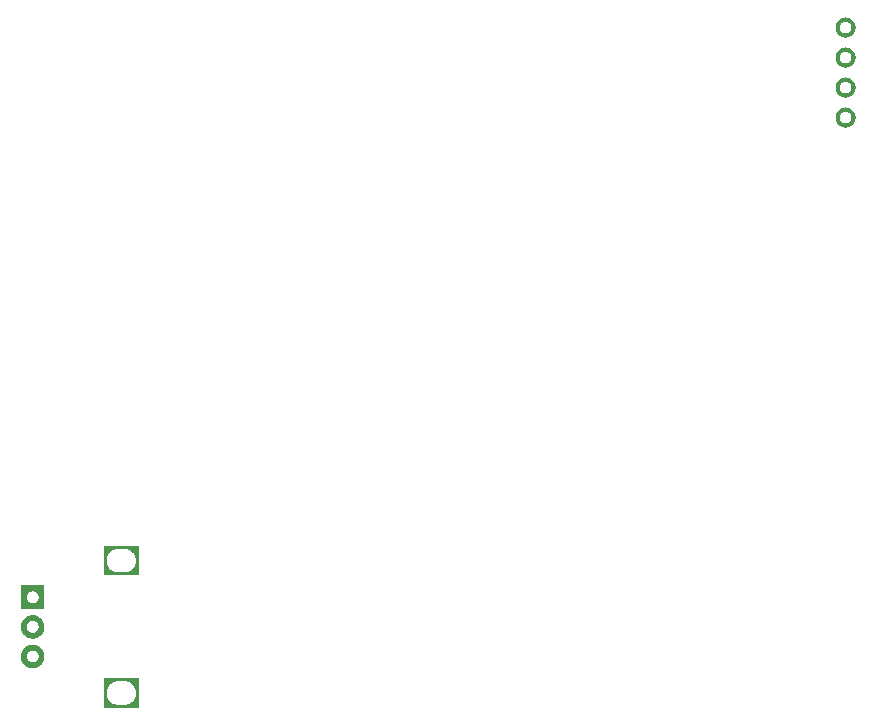
<source format=gbr>
%TF.GenerationSoftware,Flux,Pcbnew,7.0.11-7.0.11~ubuntu20.04.1*%
%TF.CreationDate,2024-08-19T13:17:11+00:00*%
%TF.ProjectId,input,696e7075-742e-46b6-9963-61645f706362,rev?*%
%TF.SameCoordinates,Original*%
%TF.FileFunction,Soldermask,Bot*%
%TF.FilePolarity,Negative*%
%FSLAX46Y46*%
G04 Gerber Fmt 4.6, Leading zero omitted, Abs format (unit mm)*
G04 Filename: promicromacro*
G04 Build it with Flux! Visit our site at: https://www.flux.ai (PCBNEW 7.0.11-7.0.11~ubuntu20.04.1) date 2024-08-19 13:17:11*
%MOMM*%
%LPD*%
G01*
G04 APERTURE LIST*
G04 APERTURE END LIST*
%TO.C,*%
G36*
X-21112200Y-25475900D02*
G01*
X-21112200Y-27475900D01*
X-23112200Y-27475900D01*
X-23112200Y-26488171D01*
X-22612049Y-26488171D01*
X-22610845Y-26512682D01*
X-22608440Y-26537105D01*
X-22604839Y-26561381D01*
X-22600051Y-26585451D01*
X-22594088Y-26609256D01*
X-22586964Y-26632741D01*
X-22578696Y-26655848D01*
X-22569305Y-26678521D01*
X-22558812Y-26700706D01*
X-22547243Y-26722349D01*
X-22534627Y-26743399D01*
X-22520992Y-26763804D01*
X-22506373Y-26783516D01*
X-22490804Y-26802486D01*
X-22474324Y-26820670D01*
X-22456970Y-26838024D01*
X-22438786Y-26854504D01*
X-22419816Y-26870073D01*
X-22400104Y-26884692D01*
X-22379699Y-26898327D01*
X-22358649Y-26910943D01*
X-22337006Y-26922512D01*
X-22314821Y-26933005D01*
X-22292148Y-26942396D01*
X-22269041Y-26950664D01*
X-22245556Y-26957788D01*
X-22221751Y-26963751D01*
X-22197681Y-26968539D01*
X-22173405Y-26972140D01*
X-22148982Y-26974545D01*
X-22124471Y-26975749D01*
X-22099929Y-26975749D01*
X-22075418Y-26974545D01*
X-22050995Y-26972140D01*
X-22026719Y-26968539D01*
X-22002649Y-26963751D01*
X-21978844Y-26957788D01*
X-21955359Y-26950664D01*
X-21932252Y-26942396D01*
X-21909579Y-26933005D01*
X-21887394Y-26922512D01*
X-21865751Y-26910943D01*
X-21844701Y-26898327D01*
X-21824296Y-26884692D01*
X-21804584Y-26870073D01*
X-21785614Y-26854504D01*
X-21767430Y-26838024D01*
X-21750076Y-26820670D01*
X-21733596Y-26802486D01*
X-21718027Y-26783516D01*
X-21703408Y-26763804D01*
X-21689773Y-26743399D01*
X-21677157Y-26722349D01*
X-21665588Y-26700706D01*
X-21655095Y-26678521D01*
X-21645704Y-26655848D01*
X-21637436Y-26632741D01*
X-21630312Y-26609256D01*
X-21624349Y-26585451D01*
X-21619561Y-26561381D01*
X-21615960Y-26537105D01*
X-21613555Y-26512682D01*
X-21612351Y-26488171D01*
X-21612351Y-26463629D01*
X-21613555Y-26439118D01*
X-21615960Y-26414695D01*
X-21619561Y-26390419D01*
X-21624349Y-26366349D01*
X-21630312Y-26342544D01*
X-21637436Y-26319059D01*
X-21645704Y-26295952D01*
X-21655095Y-26273279D01*
X-21665588Y-26251094D01*
X-21677157Y-26229451D01*
X-21689773Y-26208401D01*
X-21703408Y-26187996D01*
X-21718027Y-26168284D01*
X-21733596Y-26149314D01*
X-21750076Y-26131130D01*
X-21767430Y-26113776D01*
X-21785614Y-26097296D01*
X-21804584Y-26081727D01*
X-21824296Y-26067108D01*
X-21844701Y-26053473D01*
X-21865751Y-26040857D01*
X-21887394Y-26029288D01*
X-21909579Y-26018795D01*
X-21932252Y-26009404D01*
X-21955359Y-26001136D01*
X-21978844Y-25994012D01*
X-22002649Y-25988049D01*
X-22026719Y-25983261D01*
X-22050995Y-25979660D01*
X-22075418Y-25977255D01*
X-22099929Y-25976051D01*
X-22124471Y-25976051D01*
X-22148982Y-25977255D01*
X-22173405Y-25979660D01*
X-22197681Y-25983261D01*
X-22221751Y-25988049D01*
X-22245556Y-25994012D01*
X-22269041Y-26001136D01*
X-22292148Y-26009404D01*
X-22314821Y-26018795D01*
X-22337006Y-26029288D01*
X-22358649Y-26040857D01*
X-22379699Y-26053473D01*
X-22400104Y-26067108D01*
X-22419816Y-26081727D01*
X-22438786Y-26097296D01*
X-22456970Y-26113776D01*
X-22474324Y-26131130D01*
X-22490804Y-26149314D01*
X-22506373Y-26168284D01*
X-22520992Y-26187996D01*
X-22534627Y-26208401D01*
X-22547243Y-26229451D01*
X-22558812Y-26251094D01*
X-22569305Y-26273279D01*
X-22578696Y-26295952D01*
X-22586964Y-26319059D01*
X-22594088Y-26342544D01*
X-22600051Y-26366349D01*
X-22604839Y-26390419D01*
X-22608440Y-26414695D01*
X-22610845Y-26439118D01*
X-22612049Y-26463629D01*
X-22612049Y-26488171D01*
X-23112200Y-26488171D01*
X-23112200Y-25475900D01*
X-21112200Y-25475900D01*
G37*
G36*
X-22038635Y-30478610D02*
G01*
X-21989789Y-30483420D01*
X-21941238Y-30490622D01*
X-21893099Y-30500198D01*
X-21845487Y-30512124D01*
X-21798518Y-30526372D01*
X-21752305Y-30542907D01*
X-21706959Y-30561690D01*
X-21662589Y-30582676D01*
X-21619302Y-30605813D01*
X-21577202Y-30631046D01*
X-21536392Y-30658315D01*
X-21496968Y-30687554D01*
X-21459027Y-30718691D01*
X-21422659Y-30751653D01*
X-21387953Y-30786359D01*
X-21354991Y-30822727D01*
X-21323854Y-30860668D01*
X-21294615Y-30900092D01*
X-21267346Y-30940902D01*
X-21242113Y-30983002D01*
X-21218976Y-31026289D01*
X-21197990Y-31070659D01*
X-21179207Y-31116005D01*
X-21162672Y-31162218D01*
X-21148424Y-31209187D01*
X-21136498Y-31256799D01*
X-21126922Y-31304938D01*
X-21119720Y-31353489D01*
X-21114910Y-31402335D01*
X-21112501Y-31451359D01*
X-21112501Y-31500441D01*
X-21114910Y-31549465D01*
X-21119720Y-31598311D01*
X-21126922Y-31646862D01*
X-21136498Y-31695001D01*
X-21148424Y-31742613D01*
X-21162672Y-31789582D01*
X-21179207Y-31835795D01*
X-21197990Y-31881141D01*
X-21218976Y-31925511D01*
X-21242113Y-31968798D01*
X-21267346Y-32010898D01*
X-21294615Y-32051708D01*
X-21323854Y-32091132D01*
X-21354991Y-32129073D01*
X-21387953Y-32165441D01*
X-21422659Y-32200147D01*
X-21459027Y-32233109D01*
X-21496968Y-32264246D01*
X-21536392Y-32293485D01*
X-21577202Y-32320754D01*
X-21619302Y-32345987D01*
X-21662589Y-32369124D01*
X-21706959Y-32390110D01*
X-21752305Y-32408893D01*
X-21798518Y-32425428D01*
X-21845487Y-32439676D01*
X-21893099Y-32451602D01*
X-21941238Y-32461178D01*
X-21989789Y-32468380D01*
X-22038635Y-32473190D01*
X-22087659Y-32475599D01*
X-22136741Y-32475599D01*
X-22185765Y-32473190D01*
X-22234611Y-32468380D01*
X-22283162Y-32461178D01*
X-22331301Y-32451602D01*
X-22378913Y-32439676D01*
X-22425882Y-32425428D01*
X-22472095Y-32408893D01*
X-22517441Y-32390110D01*
X-22561811Y-32369124D01*
X-22605098Y-32345987D01*
X-22647198Y-32320754D01*
X-22688008Y-32293485D01*
X-22727432Y-32264246D01*
X-22765373Y-32233109D01*
X-22801741Y-32200147D01*
X-22836447Y-32165441D01*
X-22869409Y-32129073D01*
X-22900546Y-32091132D01*
X-22929785Y-32051708D01*
X-22957054Y-32010898D01*
X-22982287Y-31968798D01*
X-23005424Y-31925511D01*
X-23026410Y-31881141D01*
X-23045193Y-31835795D01*
X-23061728Y-31789582D01*
X-23075976Y-31742613D01*
X-23087902Y-31695001D01*
X-23097478Y-31646862D01*
X-23104680Y-31598311D01*
X-23109490Y-31549465D01*
X-23111899Y-31500441D01*
X-23111899Y-31488171D01*
X-22612049Y-31488171D01*
X-22610845Y-31512682D01*
X-22608440Y-31537105D01*
X-22604839Y-31561381D01*
X-22600051Y-31585451D01*
X-22594088Y-31609256D01*
X-22586964Y-31632741D01*
X-22578696Y-31655848D01*
X-22569305Y-31678521D01*
X-22558812Y-31700706D01*
X-22547243Y-31722349D01*
X-22534627Y-31743399D01*
X-22520992Y-31763804D01*
X-22506373Y-31783516D01*
X-22490804Y-31802486D01*
X-22474324Y-31820670D01*
X-22456970Y-31838024D01*
X-22438786Y-31854504D01*
X-22419816Y-31870073D01*
X-22400104Y-31884692D01*
X-22379699Y-31898327D01*
X-22358649Y-31910943D01*
X-22337006Y-31922512D01*
X-22314821Y-31933005D01*
X-22292148Y-31942396D01*
X-22269041Y-31950664D01*
X-22245556Y-31957788D01*
X-22221751Y-31963751D01*
X-22197681Y-31968539D01*
X-22173405Y-31972140D01*
X-22148982Y-31974545D01*
X-22124471Y-31975749D01*
X-22099929Y-31975749D01*
X-22075418Y-31974545D01*
X-22050995Y-31972140D01*
X-22026719Y-31968539D01*
X-22002649Y-31963751D01*
X-21978844Y-31957788D01*
X-21955359Y-31950664D01*
X-21932252Y-31942396D01*
X-21909579Y-31933005D01*
X-21887394Y-31922512D01*
X-21865751Y-31910943D01*
X-21844701Y-31898327D01*
X-21824296Y-31884692D01*
X-21804584Y-31870073D01*
X-21785614Y-31854504D01*
X-21767430Y-31838024D01*
X-21750076Y-31820670D01*
X-21733596Y-31802486D01*
X-21718027Y-31783516D01*
X-21703408Y-31763804D01*
X-21689773Y-31743399D01*
X-21677157Y-31722349D01*
X-21665588Y-31700706D01*
X-21655095Y-31678521D01*
X-21645704Y-31655848D01*
X-21637436Y-31632741D01*
X-21630312Y-31609256D01*
X-21624349Y-31585451D01*
X-21619561Y-31561381D01*
X-21615960Y-31537105D01*
X-21613555Y-31512682D01*
X-21612351Y-31488171D01*
X-21612351Y-31463629D01*
X-21613555Y-31439118D01*
X-21615960Y-31414695D01*
X-21619561Y-31390419D01*
X-21624349Y-31366349D01*
X-21630312Y-31342544D01*
X-21637436Y-31319059D01*
X-21645704Y-31295952D01*
X-21655095Y-31273279D01*
X-21665588Y-31251094D01*
X-21677157Y-31229451D01*
X-21689773Y-31208401D01*
X-21703408Y-31187996D01*
X-21718027Y-31168284D01*
X-21733596Y-31149314D01*
X-21750076Y-31131130D01*
X-21767430Y-31113776D01*
X-21785614Y-31097296D01*
X-21804584Y-31081727D01*
X-21824296Y-31067108D01*
X-21844701Y-31053473D01*
X-21865751Y-31040857D01*
X-21887394Y-31029288D01*
X-21909579Y-31018795D01*
X-21932252Y-31009404D01*
X-21955359Y-31001136D01*
X-21978844Y-30994012D01*
X-22002649Y-30988049D01*
X-22026719Y-30983261D01*
X-22050995Y-30979660D01*
X-22075418Y-30977255D01*
X-22099929Y-30976051D01*
X-22124471Y-30976051D01*
X-22148982Y-30977255D01*
X-22173405Y-30979660D01*
X-22197681Y-30983261D01*
X-22221751Y-30988049D01*
X-22245556Y-30994012D01*
X-22269041Y-31001136D01*
X-22292148Y-31009404D01*
X-22314821Y-31018795D01*
X-22337006Y-31029288D01*
X-22358649Y-31040857D01*
X-22379699Y-31053473D01*
X-22400104Y-31067108D01*
X-22419816Y-31081727D01*
X-22438786Y-31097296D01*
X-22456970Y-31113776D01*
X-22474324Y-31131130D01*
X-22490804Y-31149314D01*
X-22506373Y-31168284D01*
X-22520992Y-31187996D01*
X-22534627Y-31208401D01*
X-22547243Y-31229451D01*
X-22558812Y-31251094D01*
X-22569305Y-31273279D01*
X-22578696Y-31295952D01*
X-22586964Y-31319059D01*
X-22594088Y-31342544D01*
X-22600051Y-31366349D01*
X-22604839Y-31390419D01*
X-22608440Y-31414695D01*
X-22610845Y-31439118D01*
X-22612049Y-31463629D01*
X-22612049Y-31488171D01*
X-23111899Y-31488171D01*
X-23111899Y-31451359D01*
X-23109490Y-31402335D01*
X-23104680Y-31353489D01*
X-23097478Y-31304938D01*
X-23087902Y-31256799D01*
X-23075976Y-31209187D01*
X-23061728Y-31162218D01*
X-23045193Y-31116005D01*
X-23026410Y-31070659D01*
X-23005424Y-31026289D01*
X-22982287Y-30983002D01*
X-22957054Y-30940902D01*
X-22929785Y-30900092D01*
X-22900546Y-30860668D01*
X-22869409Y-30822727D01*
X-22836447Y-30786359D01*
X-22801741Y-30751653D01*
X-22765373Y-30718691D01*
X-22727432Y-30687554D01*
X-22688008Y-30658315D01*
X-22647198Y-30631046D01*
X-22605098Y-30605813D01*
X-22561811Y-30582676D01*
X-22517441Y-30561690D01*
X-22472095Y-30542907D01*
X-22425882Y-30526372D01*
X-22378913Y-30512124D01*
X-22331301Y-30500198D01*
X-22283162Y-30490622D01*
X-22234611Y-30483420D01*
X-22185765Y-30478610D01*
X-22136741Y-30476201D01*
X-22087659Y-30476201D01*
X-22038635Y-30478610D01*
G37*
G36*
X-22038635Y-27978610D02*
G01*
X-21989789Y-27983420D01*
X-21941238Y-27990622D01*
X-21893099Y-28000198D01*
X-21845487Y-28012124D01*
X-21798518Y-28026372D01*
X-21752305Y-28042907D01*
X-21706959Y-28061690D01*
X-21662589Y-28082676D01*
X-21619302Y-28105813D01*
X-21577202Y-28131046D01*
X-21536392Y-28158315D01*
X-21496968Y-28187554D01*
X-21459027Y-28218691D01*
X-21422659Y-28251653D01*
X-21387953Y-28286359D01*
X-21354991Y-28322727D01*
X-21323854Y-28360668D01*
X-21294615Y-28400092D01*
X-21267346Y-28440902D01*
X-21242113Y-28483002D01*
X-21218976Y-28526289D01*
X-21197990Y-28570659D01*
X-21179207Y-28616005D01*
X-21162672Y-28662218D01*
X-21148424Y-28709187D01*
X-21136498Y-28756799D01*
X-21126922Y-28804938D01*
X-21119720Y-28853489D01*
X-21114910Y-28902335D01*
X-21112501Y-28951359D01*
X-21112501Y-29000441D01*
X-21114910Y-29049465D01*
X-21119720Y-29098311D01*
X-21126922Y-29146862D01*
X-21136498Y-29195001D01*
X-21148424Y-29242613D01*
X-21162672Y-29289582D01*
X-21179207Y-29335795D01*
X-21197990Y-29381141D01*
X-21218976Y-29425511D01*
X-21242113Y-29468798D01*
X-21267346Y-29510898D01*
X-21294615Y-29551708D01*
X-21323854Y-29591132D01*
X-21354991Y-29629073D01*
X-21387953Y-29665441D01*
X-21422659Y-29700147D01*
X-21459027Y-29733109D01*
X-21496968Y-29764246D01*
X-21536392Y-29793485D01*
X-21577202Y-29820754D01*
X-21619302Y-29845987D01*
X-21662589Y-29869124D01*
X-21706959Y-29890110D01*
X-21752305Y-29908893D01*
X-21798518Y-29925428D01*
X-21845487Y-29939676D01*
X-21893099Y-29951602D01*
X-21941238Y-29961178D01*
X-21989789Y-29968380D01*
X-22038635Y-29973190D01*
X-22087659Y-29975599D01*
X-22136741Y-29975599D01*
X-22185765Y-29973190D01*
X-22234611Y-29968380D01*
X-22283162Y-29961178D01*
X-22331301Y-29951602D01*
X-22378913Y-29939676D01*
X-22425882Y-29925428D01*
X-22472095Y-29908893D01*
X-22517441Y-29890110D01*
X-22561811Y-29869124D01*
X-22605098Y-29845987D01*
X-22647198Y-29820754D01*
X-22688008Y-29793485D01*
X-22727432Y-29764246D01*
X-22765373Y-29733109D01*
X-22801741Y-29700147D01*
X-22836447Y-29665441D01*
X-22869409Y-29629073D01*
X-22900546Y-29591132D01*
X-22929785Y-29551708D01*
X-22957054Y-29510898D01*
X-22982287Y-29468798D01*
X-23005424Y-29425511D01*
X-23026410Y-29381141D01*
X-23045193Y-29335795D01*
X-23061728Y-29289582D01*
X-23075976Y-29242613D01*
X-23087902Y-29195001D01*
X-23097478Y-29146862D01*
X-23104680Y-29098311D01*
X-23109490Y-29049465D01*
X-23111899Y-29000441D01*
X-23111899Y-28988171D01*
X-22612049Y-28988171D01*
X-22610845Y-29012682D01*
X-22608440Y-29037105D01*
X-22604839Y-29061381D01*
X-22600051Y-29085451D01*
X-22594088Y-29109256D01*
X-22586964Y-29132741D01*
X-22578696Y-29155848D01*
X-22569305Y-29178521D01*
X-22558812Y-29200706D01*
X-22547243Y-29222349D01*
X-22534627Y-29243399D01*
X-22520992Y-29263804D01*
X-22506373Y-29283516D01*
X-22490804Y-29302486D01*
X-22474324Y-29320670D01*
X-22456970Y-29338024D01*
X-22438786Y-29354504D01*
X-22419816Y-29370073D01*
X-22400104Y-29384692D01*
X-22379699Y-29398327D01*
X-22358649Y-29410943D01*
X-22337006Y-29422512D01*
X-22314821Y-29433005D01*
X-22292148Y-29442396D01*
X-22269041Y-29450664D01*
X-22245556Y-29457788D01*
X-22221751Y-29463751D01*
X-22197681Y-29468539D01*
X-22173405Y-29472140D01*
X-22148982Y-29474545D01*
X-22124471Y-29475749D01*
X-22099929Y-29475749D01*
X-22075418Y-29474545D01*
X-22050995Y-29472140D01*
X-22026719Y-29468539D01*
X-22002649Y-29463751D01*
X-21978844Y-29457788D01*
X-21955359Y-29450664D01*
X-21932252Y-29442396D01*
X-21909579Y-29433005D01*
X-21887394Y-29422512D01*
X-21865751Y-29410943D01*
X-21844701Y-29398327D01*
X-21824296Y-29384692D01*
X-21804584Y-29370073D01*
X-21785614Y-29354504D01*
X-21767430Y-29338024D01*
X-21750076Y-29320670D01*
X-21733596Y-29302486D01*
X-21718027Y-29283516D01*
X-21703408Y-29263804D01*
X-21689773Y-29243399D01*
X-21677157Y-29222349D01*
X-21665588Y-29200706D01*
X-21655095Y-29178521D01*
X-21645704Y-29155848D01*
X-21637436Y-29132741D01*
X-21630312Y-29109256D01*
X-21624349Y-29085451D01*
X-21619561Y-29061381D01*
X-21615960Y-29037105D01*
X-21613555Y-29012682D01*
X-21612351Y-28988171D01*
X-21612351Y-28963629D01*
X-21613555Y-28939118D01*
X-21615960Y-28914695D01*
X-21619561Y-28890419D01*
X-21624349Y-28866349D01*
X-21630312Y-28842544D01*
X-21637436Y-28819059D01*
X-21645704Y-28795952D01*
X-21655095Y-28773279D01*
X-21665588Y-28751094D01*
X-21677157Y-28729451D01*
X-21689773Y-28708401D01*
X-21703408Y-28687996D01*
X-21718027Y-28668284D01*
X-21733596Y-28649314D01*
X-21750076Y-28631130D01*
X-21767430Y-28613776D01*
X-21785614Y-28597296D01*
X-21804584Y-28581727D01*
X-21824296Y-28567108D01*
X-21844701Y-28553473D01*
X-21865751Y-28540857D01*
X-21887394Y-28529288D01*
X-21909579Y-28518795D01*
X-21932252Y-28509404D01*
X-21955359Y-28501136D01*
X-21978844Y-28494012D01*
X-22002649Y-28488049D01*
X-22026719Y-28483261D01*
X-22050995Y-28479660D01*
X-22075418Y-28477255D01*
X-22099929Y-28476051D01*
X-22124471Y-28476051D01*
X-22148982Y-28477255D01*
X-22173405Y-28479660D01*
X-22197681Y-28483261D01*
X-22221751Y-28488049D01*
X-22245556Y-28494012D01*
X-22269041Y-28501136D01*
X-22292148Y-28509404D01*
X-22314821Y-28518795D01*
X-22337006Y-28529288D01*
X-22358649Y-28540857D01*
X-22379699Y-28553473D01*
X-22400104Y-28567108D01*
X-22419816Y-28581727D01*
X-22438786Y-28597296D01*
X-22456970Y-28613776D01*
X-22474324Y-28631130D01*
X-22490804Y-28649314D01*
X-22506373Y-28668284D01*
X-22520992Y-28687996D01*
X-22534627Y-28708401D01*
X-22547243Y-28729451D01*
X-22558812Y-28751094D01*
X-22569305Y-28773279D01*
X-22578696Y-28795952D01*
X-22586964Y-28819059D01*
X-22594088Y-28842544D01*
X-22600051Y-28866349D01*
X-22604839Y-28890419D01*
X-22608440Y-28914695D01*
X-22610845Y-28939118D01*
X-22612049Y-28963629D01*
X-22612049Y-28988171D01*
X-23111899Y-28988171D01*
X-23111899Y-28951359D01*
X-23109490Y-28902335D01*
X-23104680Y-28853489D01*
X-23097478Y-28804938D01*
X-23087902Y-28756799D01*
X-23075976Y-28709187D01*
X-23061728Y-28662218D01*
X-23045193Y-28616005D01*
X-23026410Y-28570659D01*
X-23005424Y-28526289D01*
X-22982287Y-28483002D01*
X-22957054Y-28440902D01*
X-22929785Y-28400092D01*
X-22900546Y-28360668D01*
X-22869409Y-28322727D01*
X-22836447Y-28286359D01*
X-22801741Y-28251653D01*
X-22765373Y-28218691D01*
X-22727432Y-28187554D01*
X-22688008Y-28158315D01*
X-22647198Y-28131046D01*
X-22605098Y-28105813D01*
X-22561811Y-28082676D01*
X-22517441Y-28061690D01*
X-22472095Y-28042907D01*
X-22425882Y-28026372D01*
X-22378913Y-28012124D01*
X-22331301Y-28000198D01*
X-22283162Y-27990622D01*
X-22234611Y-27983420D01*
X-22185765Y-27978610D01*
X-22136741Y-27976201D01*
X-22087659Y-27976201D01*
X-22038635Y-27978610D01*
G37*
G36*
X-13112200Y-22125900D02*
G01*
X-13112200Y-24625900D01*
X-16112200Y-24625900D01*
X-16112200Y-23400441D01*
X-15861899Y-23400441D01*
X-15859490Y-23449465D01*
X-15854680Y-23498311D01*
X-15847478Y-23546862D01*
X-15837902Y-23595001D01*
X-15825976Y-23642613D01*
X-15811728Y-23689582D01*
X-15795193Y-23735795D01*
X-15776410Y-23781141D01*
X-15755424Y-23825511D01*
X-15732287Y-23868798D01*
X-15707054Y-23910898D01*
X-15679785Y-23951708D01*
X-15650546Y-23991132D01*
X-15619409Y-24029073D01*
X-15586447Y-24065441D01*
X-15551741Y-24100147D01*
X-15515373Y-24133109D01*
X-15477432Y-24164246D01*
X-15438008Y-24193485D01*
X-15397198Y-24220754D01*
X-15355098Y-24245987D01*
X-15311811Y-24269124D01*
X-15267441Y-24290110D01*
X-15222095Y-24308893D01*
X-15175882Y-24325428D01*
X-15128913Y-24339676D01*
X-15081301Y-24351602D01*
X-15033162Y-24361178D01*
X-14984611Y-24368380D01*
X-14935765Y-24373190D01*
X-14886741Y-24375599D01*
X-14337659Y-24375599D01*
X-14288635Y-24373190D01*
X-14239789Y-24368380D01*
X-14191238Y-24361178D01*
X-14143099Y-24351602D01*
X-14095487Y-24339676D01*
X-14048518Y-24325428D01*
X-14002305Y-24308893D01*
X-13956959Y-24290110D01*
X-13912589Y-24269124D01*
X-13869302Y-24245987D01*
X-13827202Y-24220754D01*
X-13786392Y-24193485D01*
X-13746968Y-24164246D01*
X-13709027Y-24133109D01*
X-13672659Y-24100147D01*
X-13637953Y-24065441D01*
X-13604991Y-24029073D01*
X-13573854Y-23991132D01*
X-13544615Y-23951708D01*
X-13517346Y-23910898D01*
X-13492113Y-23868798D01*
X-13468976Y-23825511D01*
X-13447990Y-23781141D01*
X-13429207Y-23735795D01*
X-13412672Y-23689582D01*
X-13398424Y-23642613D01*
X-13386498Y-23595001D01*
X-13376922Y-23546862D01*
X-13369720Y-23498311D01*
X-13364910Y-23449465D01*
X-13362501Y-23400441D01*
X-13362501Y-23351359D01*
X-13364910Y-23302335D01*
X-13369720Y-23253489D01*
X-13376922Y-23204938D01*
X-13386498Y-23156799D01*
X-13398424Y-23109187D01*
X-13412672Y-23062218D01*
X-13429207Y-23016005D01*
X-13447990Y-22970659D01*
X-13468976Y-22926289D01*
X-13492113Y-22883002D01*
X-13517346Y-22840902D01*
X-13544615Y-22800092D01*
X-13573854Y-22760668D01*
X-13604991Y-22722727D01*
X-13637953Y-22686359D01*
X-13672659Y-22651653D01*
X-13709027Y-22618691D01*
X-13746968Y-22587554D01*
X-13786392Y-22558315D01*
X-13827202Y-22531046D01*
X-13869302Y-22505813D01*
X-13912589Y-22482676D01*
X-13956959Y-22461690D01*
X-14002305Y-22442907D01*
X-14048518Y-22426372D01*
X-14095487Y-22412124D01*
X-14143099Y-22400198D01*
X-14191238Y-22390622D01*
X-14239789Y-22383420D01*
X-14288635Y-22378610D01*
X-14337659Y-22376201D01*
X-14837659Y-22376201D01*
X-14886741Y-22376201D01*
X-14935765Y-22378610D01*
X-14984611Y-22383420D01*
X-15033162Y-22390622D01*
X-15081301Y-22400198D01*
X-15128913Y-22412124D01*
X-15175882Y-22426372D01*
X-15222095Y-22442907D01*
X-15267441Y-22461690D01*
X-15311811Y-22482676D01*
X-15355098Y-22505813D01*
X-15397198Y-22531046D01*
X-15438008Y-22558315D01*
X-15477432Y-22587554D01*
X-15515373Y-22618691D01*
X-15551741Y-22651653D01*
X-15586447Y-22686359D01*
X-15619409Y-22722727D01*
X-15650546Y-22760668D01*
X-15679785Y-22800092D01*
X-15707054Y-22840902D01*
X-15732287Y-22883002D01*
X-15755424Y-22926289D01*
X-15776410Y-22970659D01*
X-15795193Y-23016005D01*
X-15811728Y-23062218D01*
X-15825976Y-23109187D01*
X-15837902Y-23156799D01*
X-15847478Y-23204938D01*
X-15854680Y-23253489D01*
X-15859490Y-23302335D01*
X-15861899Y-23351359D01*
X-15861899Y-23400441D01*
X-16112200Y-23400441D01*
X-16112200Y-22125900D01*
X-13112200Y-22125900D01*
G37*
G36*
X-13112200Y-33325900D02*
G01*
X-13112200Y-35825900D01*
X-16112200Y-35825900D01*
X-16112200Y-34600441D01*
X-15861899Y-34600441D01*
X-15859490Y-34649465D01*
X-15854680Y-34698311D01*
X-15847478Y-34746862D01*
X-15837902Y-34795001D01*
X-15825976Y-34842613D01*
X-15811728Y-34889582D01*
X-15795193Y-34935795D01*
X-15776410Y-34981141D01*
X-15755424Y-35025511D01*
X-15732287Y-35068798D01*
X-15707054Y-35110898D01*
X-15679785Y-35151708D01*
X-15650546Y-35191132D01*
X-15619409Y-35229073D01*
X-15586447Y-35265441D01*
X-15551741Y-35300147D01*
X-15515373Y-35333109D01*
X-15477432Y-35364246D01*
X-15438008Y-35393485D01*
X-15397198Y-35420754D01*
X-15355098Y-35445987D01*
X-15311811Y-35469124D01*
X-15267441Y-35490110D01*
X-15222095Y-35508893D01*
X-15175882Y-35525428D01*
X-15128913Y-35539676D01*
X-15081301Y-35551602D01*
X-15033162Y-35561178D01*
X-14984611Y-35568380D01*
X-14935765Y-35573190D01*
X-14886741Y-35575599D01*
X-14337659Y-35575599D01*
X-14288635Y-35573190D01*
X-14239789Y-35568380D01*
X-14191238Y-35561178D01*
X-14143099Y-35551602D01*
X-14095487Y-35539676D01*
X-14048518Y-35525428D01*
X-14002305Y-35508893D01*
X-13956959Y-35490110D01*
X-13912589Y-35469124D01*
X-13869302Y-35445987D01*
X-13827202Y-35420754D01*
X-13786392Y-35393485D01*
X-13746968Y-35364246D01*
X-13709027Y-35333109D01*
X-13672659Y-35300147D01*
X-13637953Y-35265441D01*
X-13604991Y-35229073D01*
X-13573854Y-35191132D01*
X-13544615Y-35151708D01*
X-13517346Y-35110898D01*
X-13492113Y-35068798D01*
X-13468976Y-35025511D01*
X-13447990Y-34981141D01*
X-13429207Y-34935795D01*
X-13412672Y-34889582D01*
X-13398424Y-34842613D01*
X-13386498Y-34795001D01*
X-13376922Y-34746862D01*
X-13369720Y-34698311D01*
X-13364910Y-34649465D01*
X-13362501Y-34600441D01*
X-13362501Y-34551359D01*
X-13364910Y-34502335D01*
X-13369720Y-34453489D01*
X-13376922Y-34404938D01*
X-13386498Y-34356799D01*
X-13398424Y-34309187D01*
X-13412672Y-34262218D01*
X-13429207Y-34216005D01*
X-13447990Y-34170659D01*
X-13468976Y-34126289D01*
X-13492113Y-34083002D01*
X-13517346Y-34040902D01*
X-13544615Y-34000092D01*
X-13573854Y-33960668D01*
X-13604991Y-33922727D01*
X-13637953Y-33886359D01*
X-13672659Y-33851653D01*
X-13709027Y-33818691D01*
X-13746968Y-33787554D01*
X-13786392Y-33758315D01*
X-13827202Y-33731046D01*
X-13869302Y-33705813D01*
X-13912589Y-33682676D01*
X-13956959Y-33661690D01*
X-14002305Y-33642907D01*
X-14048518Y-33626372D01*
X-14095487Y-33612124D01*
X-14143099Y-33600198D01*
X-14191238Y-33590622D01*
X-14239789Y-33583420D01*
X-14288635Y-33578610D01*
X-14337659Y-33576201D01*
X-14837659Y-33576201D01*
X-14886741Y-33576201D01*
X-14935765Y-33578610D01*
X-14984611Y-33583420D01*
X-15033162Y-33590622D01*
X-15081301Y-33600198D01*
X-15128913Y-33612124D01*
X-15175882Y-33626372D01*
X-15222095Y-33642907D01*
X-15267441Y-33661690D01*
X-15311811Y-33682676D01*
X-15355098Y-33705813D01*
X-15397198Y-33731046D01*
X-15438008Y-33758315D01*
X-15477432Y-33787554D01*
X-15515373Y-33818691D01*
X-15551741Y-33851653D01*
X-15586447Y-33886359D01*
X-15619409Y-33922727D01*
X-15650546Y-33960668D01*
X-15679785Y-34000092D01*
X-15707054Y-34040902D01*
X-15732287Y-34083002D01*
X-15755424Y-34126289D01*
X-15776410Y-34170659D01*
X-15795193Y-34216005D01*
X-15811728Y-34262218D01*
X-15825976Y-34309187D01*
X-15837902Y-34356799D01*
X-15847478Y-34404938D01*
X-15854680Y-34453489D01*
X-15859490Y-34502335D01*
X-15861899Y-34551359D01*
X-15861899Y-34600441D01*
X-16112200Y-34600441D01*
X-16112200Y-33325900D01*
X-13112200Y-33325900D01*
G37*
G36*
X46772330Y22615697D02*
G01*
X46813849Y22611608D01*
X46855118Y22605486D01*
X46896036Y22597347D01*
X46936506Y22587210D01*
X46976429Y22575099D01*
X47015711Y22561044D01*
X47054255Y22545078D01*
X47091970Y22527241D01*
X47128763Y22507574D01*
X47164548Y22486126D01*
X47199237Y22462947D01*
X47232747Y22438094D01*
X47264997Y22411628D01*
X47295909Y22383610D01*
X47325410Y22354109D01*
X47353428Y22323197D01*
X47379894Y22290947D01*
X47404747Y22257437D01*
X47427926Y22222748D01*
X47449374Y22186963D01*
X47469041Y22150170D01*
X47486878Y22112455D01*
X47502844Y22073911D01*
X47516899Y22034629D01*
X47529010Y21994706D01*
X47539147Y21954236D01*
X47547286Y21913318D01*
X47553408Y21872049D01*
X47557497Y21830530D01*
X47559544Y21788860D01*
X47559544Y21747140D01*
X47557497Y21705470D01*
X47553408Y21663951D01*
X47547286Y21622682D01*
X47539147Y21581764D01*
X47529010Y21541294D01*
X47516899Y21501371D01*
X47502844Y21462089D01*
X47486878Y21423545D01*
X47469041Y21385830D01*
X47449374Y21349037D01*
X47427926Y21313252D01*
X47404747Y21278563D01*
X47379894Y21245053D01*
X47353428Y21212803D01*
X47325410Y21181891D01*
X47295909Y21152390D01*
X47264997Y21124372D01*
X47232747Y21097906D01*
X47199237Y21073053D01*
X47164548Y21049874D01*
X47128763Y21028426D01*
X47091970Y21008759D01*
X47054255Y20990922D01*
X47015711Y20974956D01*
X46976429Y20960901D01*
X46936506Y20948790D01*
X46896036Y20938653D01*
X46855118Y20930514D01*
X46813849Y20924392D01*
X46772330Y20920303D01*
X46730660Y20918256D01*
X46688940Y20918256D01*
X46647270Y20920303D01*
X46605751Y20924392D01*
X46564482Y20930514D01*
X46523564Y20938653D01*
X46483094Y20948790D01*
X46443171Y20960901D01*
X46403889Y20974956D01*
X46365345Y20990922D01*
X46327630Y21008759D01*
X46290837Y21028426D01*
X46255052Y21049874D01*
X46220363Y21073053D01*
X46186853Y21097906D01*
X46154603Y21124372D01*
X46123691Y21152390D01*
X46094190Y21181891D01*
X46066172Y21212803D01*
X46039706Y21245053D01*
X46014853Y21278563D01*
X45991674Y21313252D01*
X45970226Y21349037D01*
X45950559Y21385830D01*
X45932722Y21423545D01*
X45916756Y21462089D01*
X45902701Y21501371D01*
X45890590Y21541294D01*
X45880453Y21581764D01*
X45872314Y21622682D01*
X45866192Y21663951D01*
X45862103Y21705470D01*
X45860056Y21747140D01*
X45860056Y21755729D01*
X46209951Y21755729D01*
X46211155Y21731218D01*
X46213560Y21706795D01*
X46217161Y21682519D01*
X46221949Y21658449D01*
X46227912Y21634644D01*
X46235036Y21611159D01*
X46243304Y21588052D01*
X46252695Y21565379D01*
X46263188Y21543194D01*
X46274757Y21521551D01*
X46287373Y21500501D01*
X46301008Y21480096D01*
X46315627Y21460384D01*
X46331196Y21441414D01*
X46347676Y21423230D01*
X46365030Y21405876D01*
X46383214Y21389396D01*
X46402184Y21373827D01*
X46421896Y21359208D01*
X46442301Y21345573D01*
X46463351Y21332957D01*
X46484994Y21321388D01*
X46507179Y21310895D01*
X46529852Y21301504D01*
X46552959Y21293236D01*
X46576444Y21286112D01*
X46600249Y21280149D01*
X46624319Y21275361D01*
X46648595Y21271760D01*
X46673018Y21269355D01*
X46697529Y21268151D01*
X46722071Y21268151D01*
X46746582Y21269355D01*
X46771005Y21271760D01*
X46795281Y21275361D01*
X46819351Y21280149D01*
X46843156Y21286112D01*
X46866641Y21293236D01*
X46889748Y21301504D01*
X46912421Y21310895D01*
X46934606Y21321388D01*
X46956249Y21332957D01*
X46977299Y21345573D01*
X46997704Y21359208D01*
X47017416Y21373827D01*
X47036386Y21389396D01*
X47054570Y21405876D01*
X47071924Y21423230D01*
X47088404Y21441414D01*
X47103973Y21460384D01*
X47118592Y21480096D01*
X47132227Y21500501D01*
X47144843Y21521551D01*
X47156412Y21543194D01*
X47166905Y21565379D01*
X47176296Y21588052D01*
X47184564Y21611159D01*
X47191688Y21634644D01*
X47197651Y21658449D01*
X47202439Y21682519D01*
X47206040Y21706795D01*
X47208445Y21731218D01*
X47209649Y21755729D01*
X47209649Y21780271D01*
X47208445Y21804782D01*
X47206040Y21829205D01*
X47202439Y21853481D01*
X47197651Y21877551D01*
X47191688Y21901356D01*
X47184564Y21924841D01*
X47176296Y21947948D01*
X47166905Y21970621D01*
X47156412Y21992806D01*
X47144843Y22014449D01*
X47132227Y22035499D01*
X47118592Y22055904D01*
X47103973Y22075616D01*
X47088404Y22094586D01*
X47071924Y22112770D01*
X47054570Y22130124D01*
X47036386Y22146604D01*
X47017416Y22162173D01*
X46997704Y22176792D01*
X46977299Y22190427D01*
X46956249Y22203043D01*
X46934606Y22214612D01*
X46912421Y22225105D01*
X46889748Y22234496D01*
X46866641Y22242764D01*
X46843156Y22249888D01*
X46819351Y22255851D01*
X46795281Y22260639D01*
X46771005Y22264240D01*
X46746582Y22266645D01*
X46722071Y22267849D01*
X46697529Y22267849D01*
X46673018Y22266645D01*
X46648595Y22264240D01*
X46624319Y22260639D01*
X46600249Y22255851D01*
X46576444Y22249888D01*
X46552959Y22242764D01*
X46529852Y22234496D01*
X46507179Y22225105D01*
X46484994Y22214612D01*
X46463351Y22203043D01*
X46442301Y22190427D01*
X46421896Y22176792D01*
X46402184Y22162173D01*
X46383214Y22146604D01*
X46365030Y22130124D01*
X46347676Y22112770D01*
X46331196Y22094586D01*
X46315627Y22075616D01*
X46301008Y22055904D01*
X46287373Y22035499D01*
X46274757Y22014449D01*
X46263188Y21992806D01*
X46252695Y21970621D01*
X46243304Y21947948D01*
X46235036Y21924841D01*
X46227912Y21901356D01*
X46221949Y21877551D01*
X46217161Y21853481D01*
X46213560Y21829205D01*
X46211155Y21804782D01*
X46209951Y21780271D01*
X46209951Y21755729D01*
X45860056Y21755729D01*
X45860056Y21788860D01*
X45862103Y21830530D01*
X45866192Y21872049D01*
X45872314Y21913318D01*
X45880453Y21954236D01*
X45890590Y21994706D01*
X45902701Y22034629D01*
X45916756Y22073911D01*
X45932722Y22112455D01*
X45950559Y22150170D01*
X45970226Y22186963D01*
X45991674Y22222748D01*
X46014853Y22257437D01*
X46039706Y22290947D01*
X46066172Y22323197D01*
X46094190Y22354109D01*
X46123691Y22383610D01*
X46154603Y22411628D01*
X46186853Y22438094D01*
X46220363Y22462947D01*
X46255052Y22486126D01*
X46290837Y22507574D01*
X46327630Y22527241D01*
X46365345Y22545078D01*
X46403889Y22561044D01*
X46443171Y22575099D01*
X46483094Y22587210D01*
X46523564Y22597347D01*
X46564482Y22605486D01*
X46605751Y22611608D01*
X46647270Y22615697D01*
X46688940Y22617744D01*
X46730660Y22617744D01*
X46772330Y22615697D01*
G37*
G36*
X46772330Y14995697D02*
G01*
X46813849Y14991608D01*
X46855118Y14985486D01*
X46896036Y14977347D01*
X46936506Y14967210D01*
X46976429Y14955099D01*
X47015711Y14941044D01*
X47054255Y14925078D01*
X47091970Y14907241D01*
X47128763Y14887574D01*
X47164548Y14866126D01*
X47199237Y14842947D01*
X47232747Y14818094D01*
X47264997Y14791628D01*
X47295909Y14763610D01*
X47325410Y14734109D01*
X47353428Y14703197D01*
X47379894Y14670947D01*
X47404747Y14637437D01*
X47427926Y14602748D01*
X47449374Y14566963D01*
X47469041Y14530170D01*
X47486878Y14492455D01*
X47502844Y14453911D01*
X47516899Y14414629D01*
X47529010Y14374706D01*
X47539147Y14334236D01*
X47547286Y14293318D01*
X47553408Y14252049D01*
X47557497Y14210530D01*
X47559544Y14168860D01*
X47559544Y14127140D01*
X47557497Y14085470D01*
X47553408Y14043951D01*
X47547286Y14002682D01*
X47539147Y13961764D01*
X47529010Y13921294D01*
X47516899Y13881371D01*
X47502844Y13842089D01*
X47486878Y13803545D01*
X47469041Y13765830D01*
X47449374Y13729037D01*
X47427926Y13693252D01*
X47404747Y13658563D01*
X47379894Y13625053D01*
X47353428Y13592803D01*
X47325410Y13561891D01*
X47295909Y13532390D01*
X47264997Y13504372D01*
X47232747Y13477906D01*
X47199237Y13453053D01*
X47164548Y13429874D01*
X47128763Y13408426D01*
X47091970Y13388759D01*
X47054255Y13370922D01*
X47015711Y13354956D01*
X46976429Y13340901D01*
X46936506Y13328790D01*
X46896036Y13318653D01*
X46855118Y13310514D01*
X46813849Y13304392D01*
X46772330Y13300303D01*
X46730660Y13298256D01*
X46688940Y13298256D01*
X46647270Y13300303D01*
X46605751Y13304392D01*
X46564482Y13310514D01*
X46523564Y13318653D01*
X46483094Y13328790D01*
X46443171Y13340901D01*
X46403889Y13354956D01*
X46365345Y13370922D01*
X46327630Y13388759D01*
X46290837Y13408426D01*
X46255052Y13429874D01*
X46220363Y13453053D01*
X46186853Y13477906D01*
X46154603Y13504372D01*
X46123691Y13532390D01*
X46094190Y13561891D01*
X46066172Y13592803D01*
X46039706Y13625053D01*
X46014853Y13658563D01*
X45991674Y13693252D01*
X45970226Y13729037D01*
X45950559Y13765830D01*
X45932722Y13803545D01*
X45916756Y13842089D01*
X45902701Y13881371D01*
X45890590Y13921294D01*
X45880453Y13961764D01*
X45872314Y14002682D01*
X45866192Y14043951D01*
X45862103Y14085470D01*
X45860056Y14127140D01*
X45860056Y14135729D01*
X46209951Y14135729D01*
X46211155Y14111218D01*
X46213560Y14086795D01*
X46217161Y14062519D01*
X46221949Y14038449D01*
X46227912Y14014644D01*
X46235036Y13991159D01*
X46243304Y13968052D01*
X46252695Y13945379D01*
X46263188Y13923194D01*
X46274757Y13901551D01*
X46287373Y13880501D01*
X46301008Y13860096D01*
X46315627Y13840384D01*
X46331196Y13821414D01*
X46347676Y13803230D01*
X46365030Y13785876D01*
X46383214Y13769396D01*
X46402184Y13753827D01*
X46421896Y13739208D01*
X46442301Y13725573D01*
X46463351Y13712957D01*
X46484994Y13701388D01*
X46507179Y13690895D01*
X46529852Y13681504D01*
X46552959Y13673236D01*
X46576444Y13666112D01*
X46600249Y13660149D01*
X46624319Y13655361D01*
X46648595Y13651760D01*
X46673018Y13649355D01*
X46697529Y13648151D01*
X46722071Y13648151D01*
X46746582Y13649355D01*
X46771005Y13651760D01*
X46795281Y13655361D01*
X46819351Y13660149D01*
X46843156Y13666112D01*
X46866641Y13673236D01*
X46889748Y13681504D01*
X46912421Y13690895D01*
X46934606Y13701388D01*
X46956249Y13712957D01*
X46977299Y13725573D01*
X46997704Y13739208D01*
X47017416Y13753827D01*
X47036386Y13769396D01*
X47054570Y13785876D01*
X47071924Y13803230D01*
X47088404Y13821414D01*
X47103973Y13840384D01*
X47118592Y13860096D01*
X47132227Y13880501D01*
X47144843Y13901551D01*
X47156412Y13923194D01*
X47166905Y13945379D01*
X47176296Y13968052D01*
X47184564Y13991159D01*
X47191688Y14014644D01*
X47197651Y14038449D01*
X47202439Y14062519D01*
X47206040Y14086795D01*
X47208445Y14111218D01*
X47209649Y14135729D01*
X47209649Y14160271D01*
X47208445Y14184782D01*
X47206040Y14209205D01*
X47202439Y14233481D01*
X47197651Y14257551D01*
X47191688Y14281356D01*
X47184564Y14304841D01*
X47176296Y14327948D01*
X47166905Y14350621D01*
X47156412Y14372806D01*
X47144843Y14394449D01*
X47132227Y14415499D01*
X47118592Y14435904D01*
X47103973Y14455616D01*
X47088404Y14474586D01*
X47071924Y14492770D01*
X47054570Y14510124D01*
X47036386Y14526604D01*
X47017416Y14542173D01*
X46997704Y14556792D01*
X46977299Y14570427D01*
X46956249Y14583043D01*
X46934606Y14594612D01*
X46912421Y14605105D01*
X46889748Y14614496D01*
X46866641Y14622764D01*
X46843156Y14629888D01*
X46819351Y14635851D01*
X46795281Y14640639D01*
X46771005Y14644240D01*
X46746582Y14646645D01*
X46722071Y14647849D01*
X46697529Y14647849D01*
X46673018Y14646645D01*
X46648595Y14644240D01*
X46624319Y14640639D01*
X46600249Y14635851D01*
X46576444Y14629888D01*
X46552959Y14622764D01*
X46529852Y14614496D01*
X46507179Y14605105D01*
X46484994Y14594612D01*
X46463351Y14583043D01*
X46442301Y14570427D01*
X46421896Y14556792D01*
X46402184Y14542173D01*
X46383214Y14526604D01*
X46365030Y14510124D01*
X46347676Y14492770D01*
X46331196Y14474586D01*
X46315627Y14455616D01*
X46301008Y14435904D01*
X46287373Y14415499D01*
X46274757Y14394449D01*
X46263188Y14372806D01*
X46252695Y14350621D01*
X46243304Y14327948D01*
X46235036Y14304841D01*
X46227912Y14281356D01*
X46221949Y14257551D01*
X46217161Y14233481D01*
X46213560Y14209205D01*
X46211155Y14184782D01*
X46209951Y14160271D01*
X46209951Y14135729D01*
X45860056Y14135729D01*
X45860056Y14168860D01*
X45862103Y14210530D01*
X45866192Y14252049D01*
X45872314Y14293318D01*
X45880453Y14334236D01*
X45890590Y14374706D01*
X45902701Y14414629D01*
X45916756Y14453911D01*
X45932722Y14492455D01*
X45950559Y14530170D01*
X45970226Y14566963D01*
X45991674Y14602748D01*
X46014853Y14637437D01*
X46039706Y14670947D01*
X46066172Y14703197D01*
X46094190Y14734109D01*
X46123691Y14763610D01*
X46154603Y14791628D01*
X46186853Y14818094D01*
X46220363Y14842947D01*
X46255052Y14866126D01*
X46290837Y14887574D01*
X46327630Y14907241D01*
X46365345Y14925078D01*
X46403889Y14941044D01*
X46443171Y14955099D01*
X46483094Y14967210D01*
X46523564Y14977347D01*
X46564482Y14985486D01*
X46605751Y14991608D01*
X46647270Y14995697D01*
X46688940Y14997744D01*
X46730660Y14997744D01*
X46772330Y14995697D01*
G37*
G36*
X46772330Y17535697D02*
G01*
X46813849Y17531608D01*
X46855118Y17525486D01*
X46896036Y17517347D01*
X46936506Y17507210D01*
X46976429Y17495099D01*
X47015711Y17481044D01*
X47054255Y17465078D01*
X47091970Y17447241D01*
X47128763Y17427574D01*
X47164548Y17406126D01*
X47199237Y17382947D01*
X47232747Y17358094D01*
X47264997Y17331628D01*
X47295909Y17303610D01*
X47325410Y17274109D01*
X47353428Y17243197D01*
X47379894Y17210947D01*
X47404747Y17177437D01*
X47427926Y17142748D01*
X47449374Y17106963D01*
X47469041Y17070170D01*
X47486878Y17032455D01*
X47502844Y16993911D01*
X47516899Y16954629D01*
X47529010Y16914706D01*
X47539147Y16874236D01*
X47547286Y16833318D01*
X47553408Y16792049D01*
X47557497Y16750530D01*
X47559544Y16708860D01*
X47559544Y16667140D01*
X47557497Y16625470D01*
X47553408Y16583951D01*
X47547286Y16542682D01*
X47539147Y16501764D01*
X47529010Y16461294D01*
X47516899Y16421371D01*
X47502844Y16382089D01*
X47486878Y16343545D01*
X47469041Y16305830D01*
X47449374Y16269037D01*
X47427926Y16233252D01*
X47404747Y16198563D01*
X47379894Y16165053D01*
X47353428Y16132803D01*
X47325410Y16101891D01*
X47295909Y16072390D01*
X47264997Y16044372D01*
X47232747Y16017906D01*
X47199237Y15993053D01*
X47164548Y15969874D01*
X47128763Y15948426D01*
X47091970Y15928759D01*
X47054255Y15910922D01*
X47015711Y15894956D01*
X46976429Y15880901D01*
X46936506Y15868790D01*
X46896036Y15858653D01*
X46855118Y15850514D01*
X46813849Y15844392D01*
X46772330Y15840303D01*
X46730660Y15838256D01*
X46688940Y15838256D01*
X46647270Y15840303D01*
X46605751Y15844392D01*
X46564482Y15850514D01*
X46523564Y15858653D01*
X46483094Y15868790D01*
X46443171Y15880901D01*
X46403889Y15894956D01*
X46365345Y15910922D01*
X46327630Y15928759D01*
X46290837Y15948426D01*
X46255052Y15969874D01*
X46220363Y15993053D01*
X46186853Y16017906D01*
X46154603Y16044372D01*
X46123691Y16072390D01*
X46094190Y16101891D01*
X46066172Y16132803D01*
X46039706Y16165053D01*
X46014853Y16198563D01*
X45991674Y16233252D01*
X45970226Y16269037D01*
X45950559Y16305830D01*
X45932722Y16343545D01*
X45916756Y16382089D01*
X45902701Y16421371D01*
X45890590Y16461294D01*
X45880453Y16501764D01*
X45872314Y16542682D01*
X45866192Y16583951D01*
X45862103Y16625470D01*
X45860056Y16667140D01*
X45860056Y16675729D01*
X46209951Y16675729D01*
X46211155Y16651218D01*
X46213560Y16626795D01*
X46217161Y16602519D01*
X46221949Y16578449D01*
X46227912Y16554644D01*
X46235036Y16531159D01*
X46243304Y16508052D01*
X46252695Y16485379D01*
X46263188Y16463194D01*
X46274757Y16441551D01*
X46287373Y16420501D01*
X46301008Y16400096D01*
X46315627Y16380384D01*
X46331196Y16361414D01*
X46347676Y16343230D01*
X46365030Y16325876D01*
X46383214Y16309396D01*
X46402184Y16293827D01*
X46421896Y16279208D01*
X46442301Y16265573D01*
X46463351Y16252957D01*
X46484994Y16241388D01*
X46507179Y16230895D01*
X46529852Y16221504D01*
X46552959Y16213236D01*
X46576444Y16206112D01*
X46600249Y16200149D01*
X46624319Y16195361D01*
X46648595Y16191760D01*
X46673018Y16189355D01*
X46697529Y16188151D01*
X46722071Y16188151D01*
X46746582Y16189355D01*
X46771005Y16191760D01*
X46795281Y16195361D01*
X46819351Y16200149D01*
X46843156Y16206112D01*
X46866641Y16213236D01*
X46889748Y16221504D01*
X46912421Y16230895D01*
X46934606Y16241388D01*
X46956249Y16252957D01*
X46977299Y16265573D01*
X46997704Y16279208D01*
X47017416Y16293827D01*
X47036386Y16309396D01*
X47054570Y16325876D01*
X47071924Y16343230D01*
X47088404Y16361414D01*
X47103973Y16380384D01*
X47118592Y16400096D01*
X47132227Y16420501D01*
X47144843Y16441551D01*
X47156412Y16463194D01*
X47166905Y16485379D01*
X47176296Y16508052D01*
X47184564Y16531159D01*
X47191688Y16554644D01*
X47197651Y16578449D01*
X47202439Y16602519D01*
X47206040Y16626795D01*
X47208445Y16651218D01*
X47209649Y16675729D01*
X47209649Y16700271D01*
X47208445Y16724782D01*
X47206040Y16749205D01*
X47202439Y16773481D01*
X47197651Y16797551D01*
X47191688Y16821356D01*
X47184564Y16844841D01*
X47176296Y16867948D01*
X47166905Y16890621D01*
X47156412Y16912806D01*
X47144843Y16934449D01*
X47132227Y16955499D01*
X47118592Y16975904D01*
X47103973Y16995616D01*
X47088404Y17014586D01*
X47071924Y17032770D01*
X47054570Y17050124D01*
X47036386Y17066604D01*
X47017416Y17082173D01*
X46997704Y17096792D01*
X46977299Y17110427D01*
X46956249Y17123043D01*
X46934606Y17134612D01*
X46912421Y17145105D01*
X46889748Y17154496D01*
X46866641Y17162764D01*
X46843156Y17169888D01*
X46819351Y17175851D01*
X46795281Y17180639D01*
X46771005Y17184240D01*
X46746582Y17186645D01*
X46722071Y17187849D01*
X46697529Y17187849D01*
X46673018Y17186645D01*
X46648595Y17184240D01*
X46624319Y17180639D01*
X46600249Y17175851D01*
X46576444Y17169888D01*
X46552959Y17162764D01*
X46529852Y17154496D01*
X46507179Y17145105D01*
X46484994Y17134612D01*
X46463351Y17123043D01*
X46442301Y17110427D01*
X46421896Y17096792D01*
X46402184Y17082173D01*
X46383214Y17066604D01*
X46365030Y17050124D01*
X46347676Y17032770D01*
X46331196Y17014586D01*
X46315627Y16995616D01*
X46301008Y16975904D01*
X46287373Y16955499D01*
X46274757Y16934449D01*
X46263188Y16912806D01*
X46252695Y16890621D01*
X46243304Y16867948D01*
X46235036Y16844841D01*
X46227912Y16821356D01*
X46221949Y16797551D01*
X46217161Y16773481D01*
X46213560Y16749205D01*
X46211155Y16724782D01*
X46209951Y16700271D01*
X46209951Y16675729D01*
X45860056Y16675729D01*
X45860056Y16708860D01*
X45862103Y16750530D01*
X45866192Y16792049D01*
X45872314Y16833318D01*
X45880453Y16874236D01*
X45890590Y16914706D01*
X45902701Y16954629D01*
X45916756Y16993911D01*
X45932722Y17032455D01*
X45950559Y17070170D01*
X45970226Y17106963D01*
X45991674Y17142748D01*
X46014853Y17177437D01*
X46039706Y17210947D01*
X46066172Y17243197D01*
X46094190Y17274109D01*
X46123691Y17303610D01*
X46154603Y17331628D01*
X46186853Y17358094D01*
X46220363Y17382947D01*
X46255052Y17406126D01*
X46290837Y17427574D01*
X46327630Y17447241D01*
X46365345Y17465078D01*
X46403889Y17481044D01*
X46443171Y17495099D01*
X46483094Y17507210D01*
X46523564Y17517347D01*
X46564482Y17525486D01*
X46605751Y17531608D01*
X46647270Y17535697D01*
X46688940Y17537744D01*
X46730660Y17537744D01*
X46772330Y17535697D01*
G37*
G36*
X46772330Y20075697D02*
G01*
X46813849Y20071608D01*
X46855118Y20065486D01*
X46896036Y20057347D01*
X46936506Y20047210D01*
X46976429Y20035099D01*
X47015711Y20021044D01*
X47054255Y20005078D01*
X47091970Y19987241D01*
X47128763Y19967574D01*
X47164548Y19946126D01*
X47199237Y19922947D01*
X47232747Y19898094D01*
X47264997Y19871628D01*
X47295909Y19843610D01*
X47325410Y19814109D01*
X47353428Y19783197D01*
X47379894Y19750947D01*
X47404747Y19717437D01*
X47427926Y19682748D01*
X47449374Y19646963D01*
X47469041Y19610170D01*
X47486878Y19572455D01*
X47502844Y19533911D01*
X47516899Y19494629D01*
X47529010Y19454706D01*
X47539147Y19414236D01*
X47547286Y19373318D01*
X47553408Y19332049D01*
X47557497Y19290530D01*
X47559544Y19248860D01*
X47559544Y19207140D01*
X47557497Y19165470D01*
X47553408Y19123951D01*
X47547286Y19082682D01*
X47539147Y19041764D01*
X47529010Y19001294D01*
X47516899Y18961371D01*
X47502844Y18922089D01*
X47486878Y18883545D01*
X47469041Y18845830D01*
X47449374Y18809037D01*
X47427926Y18773252D01*
X47404747Y18738563D01*
X47379894Y18705053D01*
X47353428Y18672803D01*
X47325410Y18641891D01*
X47295909Y18612390D01*
X47264997Y18584372D01*
X47232747Y18557906D01*
X47199237Y18533053D01*
X47164548Y18509874D01*
X47128763Y18488426D01*
X47091970Y18468759D01*
X47054255Y18450922D01*
X47015711Y18434956D01*
X46976429Y18420901D01*
X46936506Y18408790D01*
X46896036Y18398653D01*
X46855118Y18390514D01*
X46813849Y18384392D01*
X46772330Y18380303D01*
X46730660Y18378256D01*
X46688940Y18378256D01*
X46647270Y18380303D01*
X46605751Y18384392D01*
X46564482Y18390514D01*
X46523564Y18398653D01*
X46483094Y18408790D01*
X46443171Y18420901D01*
X46403889Y18434956D01*
X46365345Y18450922D01*
X46327630Y18468759D01*
X46290837Y18488426D01*
X46255052Y18509874D01*
X46220363Y18533053D01*
X46186853Y18557906D01*
X46154603Y18584372D01*
X46123691Y18612390D01*
X46094190Y18641891D01*
X46066172Y18672803D01*
X46039706Y18705053D01*
X46014853Y18738563D01*
X45991674Y18773252D01*
X45970226Y18809037D01*
X45950559Y18845830D01*
X45932722Y18883545D01*
X45916756Y18922089D01*
X45902701Y18961371D01*
X45890590Y19001294D01*
X45880453Y19041764D01*
X45872314Y19082682D01*
X45866192Y19123951D01*
X45862103Y19165470D01*
X45860056Y19207140D01*
X45860056Y19215729D01*
X46209951Y19215729D01*
X46211155Y19191218D01*
X46213560Y19166795D01*
X46217161Y19142519D01*
X46221949Y19118449D01*
X46227912Y19094644D01*
X46235036Y19071159D01*
X46243304Y19048052D01*
X46252695Y19025379D01*
X46263188Y19003194D01*
X46274757Y18981551D01*
X46287373Y18960501D01*
X46301008Y18940096D01*
X46315627Y18920384D01*
X46331196Y18901414D01*
X46347676Y18883230D01*
X46365030Y18865876D01*
X46383214Y18849396D01*
X46402184Y18833827D01*
X46421896Y18819208D01*
X46442301Y18805573D01*
X46463351Y18792957D01*
X46484994Y18781388D01*
X46507179Y18770895D01*
X46529852Y18761504D01*
X46552959Y18753236D01*
X46576444Y18746112D01*
X46600249Y18740149D01*
X46624319Y18735361D01*
X46648595Y18731760D01*
X46673018Y18729355D01*
X46697529Y18728151D01*
X46722071Y18728151D01*
X46746582Y18729355D01*
X46771005Y18731760D01*
X46795281Y18735361D01*
X46819351Y18740149D01*
X46843156Y18746112D01*
X46866641Y18753236D01*
X46889748Y18761504D01*
X46912421Y18770895D01*
X46934606Y18781388D01*
X46956249Y18792957D01*
X46977299Y18805573D01*
X46997704Y18819208D01*
X47017416Y18833827D01*
X47036386Y18849396D01*
X47054570Y18865876D01*
X47071924Y18883230D01*
X47088404Y18901414D01*
X47103973Y18920384D01*
X47118592Y18940096D01*
X47132227Y18960501D01*
X47144843Y18981551D01*
X47156412Y19003194D01*
X47166905Y19025379D01*
X47176296Y19048052D01*
X47184564Y19071159D01*
X47191688Y19094644D01*
X47197651Y19118449D01*
X47202439Y19142519D01*
X47206040Y19166795D01*
X47208445Y19191218D01*
X47209649Y19215729D01*
X47209649Y19240271D01*
X47208445Y19264782D01*
X47206040Y19289205D01*
X47202439Y19313481D01*
X47197651Y19337551D01*
X47191688Y19361356D01*
X47184564Y19384841D01*
X47176296Y19407948D01*
X47166905Y19430621D01*
X47156412Y19452806D01*
X47144843Y19474449D01*
X47132227Y19495499D01*
X47118592Y19515904D01*
X47103973Y19535616D01*
X47088404Y19554586D01*
X47071924Y19572770D01*
X47054570Y19590124D01*
X47036386Y19606604D01*
X47017416Y19622173D01*
X46997704Y19636792D01*
X46977299Y19650427D01*
X46956249Y19663043D01*
X46934606Y19674612D01*
X46912421Y19685105D01*
X46889748Y19694496D01*
X46866641Y19702764D01*
X46843156Y19709888D01*
X46819351Y19715851D01*
X46795281Y19720639D01*
X46771005Y19724240D01*
X46746582Y19726645D01*
X46722071Y19727849D01*
X46697529Y19727849D01*
X46673018Y19726645D01*
X46648595Y19724240D01*
X46624319Y19720639D01*
X46600249Y19715851D01*
X46576444Y19709888D01*
X46552959Y19702764D01*
X46529852Y19694496D01*
X46507179Y19685105D01*
X46484994Y19674612D01*
X46463351Y19663043D01*
X46442301Y19650427D01*
X46421896Y19636792D01*
X46402184Y19622173D01*
X46383214Y19606604D01*
X46365030Y19590124D01*
X46347676Y19572770D01*
X46331196Y19554586D01*
X46315627Y19535616D01*
X46301008Y19515904D01*
X46287373Y19495499D01*
X46274757Y19474449D01*
X46263188Y19452806D01*
X46252695Y19430621D01*
X46243304Y19407948D01*
X46235036Y19384841D01*
X46227912Y19361356D01*
X46221949Y19337551D01*
X46217161Y19313481D01*
X46213560Y19289205D01*
X46211155Y19264782D01*
X46209951Y19240271D01*
X46209951Y19215729D01*
X45860056Y19215729D01*
X45860056Y19248860D01*
X45862103Y19290530D01*
X45866192Y19332049D01*
X45872314Y19373318D01*
X45880453Y19414236D01*
X45890590Y19454706D01*
X45902701Y19494629D01*
X45916756Y19533911D01*
X45932722Y19572455D01*
X45950559Y19610170D01*
X45970226Y19646963D01*
X45991674Y19682748D01*
X46014853Y19717437D01*
X46039706Y19750947D01*
X46066172Y19783197D01*
X46094190Y19814109D01*
X46123691Y19843610D01*
X46154603Y19871628D01*
X46186853Y19898094D01*
X46220363Y19922947D01*
X46255052Y19946126D01*
X46290837Y19967574D01*
X46327630Y19987241D01*
X46365345Y20005078D01*
X46403889Y20021044D01*
X46443171Y20035099D01*
X46483094Y20047210D01*
X46523564Y20057347D01*
X46564482Y20065486D01*
X46605751Y20071608D01*
X46647270Y20075697D01*
X46688940Y20077744D01*
X46730660Y20077744D01*
X46772330Y20075697D01*
G37*
%TD*%
M02*

</source>
